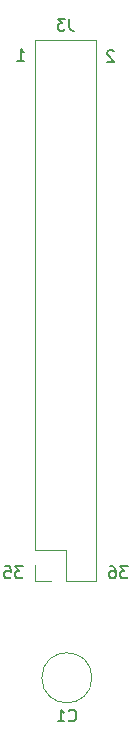
<source format=gbr>
G04 #@! TF.GenerationSoftware,KiCad,Pcbnew,(5.1.6)-1*
G04 #@! TF.CreationDate,2020-07-15T15:37:22+02:00*
G04 #@! TF.ProjectId,PCB_intermedia,5043425f-696e-4746-9572-6d656469612e,rev?*
G04 #@! TF.SameCoordinates,Original*
G04 #@! TF.FileFunction,Legend,Bot*
G04 #@! TF.FilePolarity,Positive*
%FSLAX46Y46*%
G04 Gerber Fmt 4.6, Leading zero omitted, Abs format (unit mm)*
G04 Created by KiCad (PCBNEW (5.1.6)-1) date 2020-07-15 15:37:22*
%MOMM*%
%LPD*%
G01*
G04 APERTURE LIST*
%ADD10C,0.150000*%
%ADD11C,0.120000*%
G04 APERTURE END LIST*
D10*
X102584285Y-73477380D02*
X103155714Y-73477380D01*
X102870000Y-73477380D02*
X102870000Y-72477380D01*
X102965238Y-72620238D01*
X103060476Y-72715476D01*
X103155714Y-72763095D01*
X110775714Y-72699619D02*
X110728095Y-72652000D01*
X110632857Y-72604380D01*
X110394761Y-72604380D01*
X110299523Y-72652000D01*
X110251904Y-72699619D01*
X110204285Y-72794857D01*
X110204285Y-72890095D01*
X110251904Y-73032952D01*
X110823333Y-73604380D01*
X110204285Y-73604380D01*
X103044523Y-116292380D02*
X102425476Y-116292380D01*
X102758809Y-116673333D01*
X102615952Y-116673333D01*
X102520714Y-116720952D01*
X102473095Y-116768571D01*
X102425476Y-116863809D01*
X102425476Y-117101904D01*
X102473095Y-117197142D01*
X102520714Y-117244761D01*
X102615952Y-117292380D01*
X102901666Y-117292380D01*
X102996904Y-117244761D01*
X103044523Y-117197142D01*
X101520714Y-116292380D02*
X101996904Y-116292380D01*
X102044523Y-116768571D01*
X101996904Y-116720952D01*
X101901666Y-116673333D01*
X101663571Y-116673333D01*
X101568333Y-116720952D01*
X101520714Y-116768571D01*
X101473095Y-116863809D01*
X101473095Y-117101904D01*
X101520714Y-117197142D01*
X101568333Y-117244761D01*
X101663571Y-117292380D01*
X101901666Y-117292380D01*
X101996904Y-117244761D01*
X102044523Y-117197142D01*
X111934523Y-116292380D02*
X111315476Y-116292380D01*
X111648809Y-116673333D01*
X111505952Y-116673333D01*
X111410714Y-116720952D01*
X111363095Y-116768571D01*
X111315476Y-116863809D01*
X111315476Y-117101904D01*
X111363095Y-117197142D01*
X111410714Y-117244761D01*
X111505952Y-117292380D01*
X111791666Y-117292380D01*
X111886904Y-117244761D01*
X111934523Y-117197142D01*
X110458333Y-116292380D02*
X110648809Y-116292380D01*
X110744047Y-116340000D01*
X110791666Y-116387619D01*
X110886904Y-116530476D01*
X110934523Y-116720952D01*
X110934523Y-117101904D01*
X110886904Y-117197142D01*
X110839285Y-117244761D01*
X110744047Y-117292380D01*
X110553571Y-117292380D01*
X110458333Y-117244761D01*
X110410714Y-117197142D01*
X110363095Y-117101904D01*
X110363095Y-116863809D01*
X110410714Y-116768571D01*
X110458333Y-116720952D01*
X110553571Y-116673333D01*
X110744047Y-116673333D01*
X110839285Y-116720952D01*
X110886904Y-116768571D01*
X110934523Y-116863809D01*
D11*
X108915000Y-125730000D02*
G75*
G03*
X108915000Y-125730000I-2120000J0D01*
G01*
X104080000Y-117535000D02*
X105410000Y-117535000D01*
X104080000Y-116205000D02*
X104080000Y-117535000D01*
X106680000Y-117535000D02*
X109280000Y-117535000D01*
X106680000Y-114935000D02*
X106680000Y-117535000D01*
X104080000Y-114935000D02*
X106680000Y-114935000D01*
X109280000Y-117535000D02*
X109280000Y-71695000D01*
X104080000Y-114935000D02*
X104080000Y-71695000D01*
X104080000Y-71695000D02*
X109280000Y-71695000D01*
D10*
X106961666Y-129337142D02*
X107009285Y-129384761D01*
X107152142Y-129432380D01*
X107247380Y-129432380D01*
X107390238Y-129384761D01*
X107485476Y-129289523D01*
X107533095Y-129194285D01*
X107580714Y-129003809D01*
X107580714Y-128860952D01*
X107533095Y-128670476D01*
X107485476Y-128575238D01*
X107390238Y-128480000D01*
X107247380Y-128432380D01*
X107152142Y-128432380D01*
X107009285Y-128480000D01*
X106961666Y-128527619D01*
X106009285Y-129432380D02*
X106580714Y-129432380D01*
X106295000Y-129432380D02*
X106295000Y-128432380D01*
X106390238Y-128575238D01*
X106485476Y-128670476D01*
X106580714Y-128718095D01*
X107013333Y-69937380D02*
X107013333Y-70651666D01*
X107060952Y-70794523D01*
X107156190Y-70889761D01*
X107299047Y-70937380D01*
X107394285Y-70937380D01*
X106632380Y-69937380D02*
X106013333Y-69937380D01*
X106346666Y-70318333D01*
X106203809Y-70318333D01*
X106108571Y-70365952D01*
X106060952Y-70413571D01*
X106013333Y-70508809D01*
X106013333Y-70746904D01*
X106060952Y-70842142D01*
X106108571Y-70889761D01*
X106203809Y-70937380D01*
X106489523Y-70937380D01*
X106584761Y-70889761D01*
X106632380Y-70842142D01*
M02*

</source>
